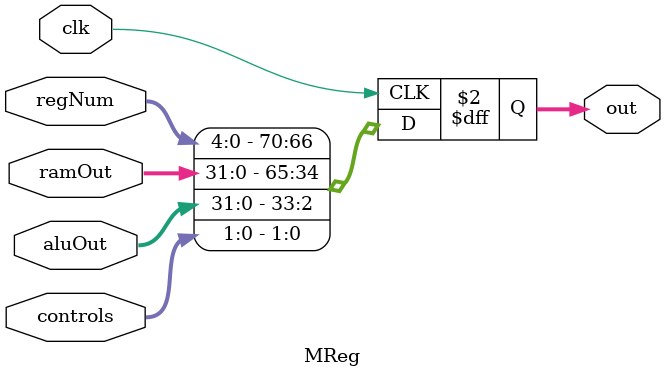
<source format=v>
module MReg(
	input [1:0]controls,
	input [31:0]ramOut,
	input [31:0]aluOut,
	input [4:0]regNum,
	input clk,
	output reg [70:0]out);

	always @(negedge clk) begin
		out<={regNum, ramOut, aluOut, controls};
	end

endmodule
</source>
